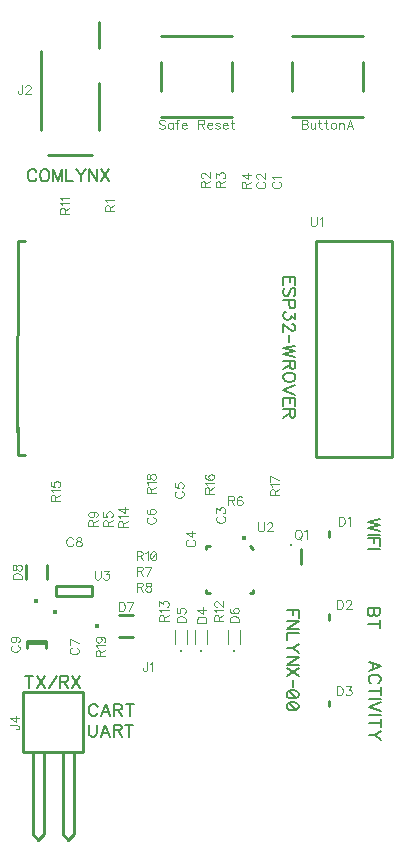
<source format=gbr>
G04 DipTrace 3.3.1.3*
G04 TopSilk.gbr*
%MOMM*%
G04 #@! TF.FileFunction,Legend,Top*
G04 #@! TF.Part,Single*
%ADD10C,0.25*%
%ADD15C,0.2*%
%ADD17C,0.1*%
%ADD23O,0.40037X0.39994*%
%ADD25O,0.39994X0.40037*%
%ADD38C,0.31757*%
%ADD48O,0.39013X0.41029*%
%ADD52O,0.39118X0.39103*%
%ADD121C,0.11765*%
%ADD122C,0.15686*%
%FSLAX35Y35*%
G04*
G71*
G90*
G75*
G01*
G04 TopSilk*
%LPD*%
X1174644Y1982811D2*
D10*
X1334484D1*
X1174644Y2001731D2*
X1334484D1*
X1174644D2*
Y1941891D1*
X1334484Y2001731D2*
Y1941891D1*
X3735534Y2880574D2*
Y2930554D1*
X3735784Y2175574D2*
Y2225554D1*
X3735534Y1445324D2*
Y1495304D1*
X2600024Y1971019D2*
D17*
Y2091011D1*
X2700024Y1971019D2*
Y2091011D1*
D15*
X2650024Y1911022D3*
X2425397Y1971019D2*
D17*
Y2091011D1*
X2525397Y1971019D2*
Y2091011D1*
D15*
X2475397Y1911022D3*
X2877017Y1971019D2*
D17*
Y2091011D1*
X2977017Y1971019D2*
Y2091011D1*
D15*
X2927017Y1911022D3*
X1953709Y2217679D2*
D10*
X2073679D1*
X1953709Y2037689D2*
X2073679D1*
D23*
X1768709Y2127684D3*
X1164576Y2525206D2*
D10*
Y2645176D1*
X1344566Y2525206D2*
Y2645176D1*
D25*
X1254571Y2340206D3*
X1724335Y6114128D2*
D10*
X1354351D1*
X1784401Y6324188D2*
Y6724193D1*
X1294379Y6324188D2*
Y6994193D1*
X1784401Y7244213D2*
Y7024163D1*
X1143435Y1572061D2*
X1651374D1*
Y1064067D1*
X1143435D1*
Y1572061D1*
X1222766Y1064067D2*
Y365622D1*
X1317995Y1064067D2*
Y365622D1*
X1222766D2*
X1270458Y314961D1*
X1317995Y365622D2*
X1270458Y314961D1*
X1476813Y1064067D2*
Y365622D1*
X1572042Y1064067D2*
Y365622D1*
X1476813D2*
X1524505Y314961D1*
X1572042Y365622D2*
X1524505Y314961D1*
X3491941Y2776198D2*
Y2649184D1*
D38*
X3412741Y2814015D3*
X2307239Y6898601D2*
D10*
Y6660502D1*
X2910483Y6898601D2*
Y6660502D1*
X2307239Y7120863D2*
X2910483D1*
X2307239Y6438239D2*
X2910483D1*
X3418489Y6898601D2*
Y6660502D1*
X4021733Y6898601D2*
Y6660502D1*
X3418489Y7120863D2*
X4021733D1*
X3418489Y6438239D2*
X4021733D1*
X4268619Y5384854D2*
X3617745D1*
Y3559334D1*
X4268619D1*
Y5384854D1*
X1158075D2*
X1094575D1*
X1093622Y3765587D1*
X1094575Y3575096D2*
X1158075D1*
X1094575D2*
Y3813258D1*
X3061695Y2804596D2*
X3091687Y2774647D1*
X2691694Y2804596D2*
Y2774647D1*
Y2804596D2*
X2721687D1*
X2691694Y2404445D2*
X2721687D1*
X2691694D2*
Y2434498D1*
X3091687Y2404445D2*
X3061695D1*
X3091687D2*
Y2434498D1*
D48*
X3016194Y2874084D3*
D52*
X1408456Y2244206D3*
X1421823Y2381532D2*
D10*
X1721817D1*
X1421823Y2461519D2*
X1721817D1*
Y2381532D2*
Y2461519D1*
X1421823Y2381532D2*
Y2461519D1*
X3266566Y5889341D2*
D121*
X3259322Y5885719D1*
X3251994Y5878391D1*
X3248372Y5871147D1*
Y5856575D1*
X3251994Y5849247D1*
X3259322Y5842003D1*
X3266566Y5838297D1*
X3277516Y5834675D1*
X3295794D1*
X3306660Y5838297D1*
X3313988Y5842003D1*
X3321232Y5849247D1*
X3324938Y5856575D1*
Y5871147D1*
X3321232Y5878390D1*
X3313988Y5885718D1*
X3306660Y5889340D1*
X3263028Y5912870D2*
X3259322Y5920198D1*
X3248456Y5931148D1*
X3324938D1*
X3134119Y5886108D2*
X3126876Y5882486D1*
X3119547Y5875158D1*
X3115926Y5867914D1*
X3115925Y5853342D1*
X3119547Y5846014D1*
X3126875Y5838770D1*
X3134119Y5835064D1*
X3145069Y5831442D1*
X3163347D1*
X3174213Y5835064D1*
X3181541Y5838770D1*
X3188785Y5846014D1*
X3192491Y5853342D1*
Y5867914D1*
X3188785Y5875158D1*
X3181541Y5882486D1*
X3174213Y5886108D1*
X3134204Y5913343D2*
X3130582D1*
X3123254Y5916965D1*
X3119632Y5920587D1*
X3116010Y5927915D1*
Y5942487D1*
X3119632Y5949731D1*
X3123254Y5953353D1*
X3130582Y5957059D1*
X3137826D1*
X3145154Y5953353D1*
X3156019Y5946109D1*
X3192491Y5909637D1*
Y5960681D1*
X2794043Y3056448D2*
X2786799Y3052826D1*
X2779471Y3045498D1*
X2775849Y3038254D1*
Y3023682D1*
X2779471Y3016354D1*
X2786799Y3009110D1*
X2794043Y3005404D1*
X2804993Y3001782D1*
X2823271D1*
X2834136Y3005404D1*
X2841465Y3009110D1*
X2848709Y3016354D1*
X2852415Y3023682D1*
Y3038254D1*
X2848709Y3045498D1*
X2841465Y3052826D1*
X2834137Y3056448D1*
X2775933Y3087305D2*
Y3127315D1*
X2805077Y3105499D1*
Y3116449D1*
X2808699Y3123693D1*
X2812321Y3127315D1*
X2823271Y3131021D1*
X2830515D1*
X2841465Y3127315D1*
X2848793Y3120071D1*
X2852415Y3109121D1*
Y3098171D1*
X2848793Y3087305D1*
X2845087Y3083683D1*
X2837843Y3079977D1*
X2538799Y2854447D2*
X2531556Y2850825D1*
X2524227Y2843497D1*
X2520606Y2836253D1*
X2520605Y2821681D1*
X2524227Y2814353D1*
X2531555Y2807109D1*
X2538799Y2803403D1*
X2549749Y2799781D1*
X2568027D1*
X2578893Y2803403D1*
X2586221Y2807109D1*
X2593465Y2814353D1*
X2597171Y2821681D1*
Y2836253D1*
X2593465Y2843497D1*
X2586221Y2850825D1*
X2578893Y2854447D1*
X2597171Y2914448D2*
X2520690D1*
X2571649Y2877976D1*
Y2932642D1*
X2443546Y3269008D2*
X2436302Y3265386D1*
X2428974Y3258058D1*
X2425352Y3250814D1*
Y3236242D1*
X2428974Y3228914D1*
X2436302Y3221670D1*
X2443546Y3217964D1*
X2454496Y3214342D1*
X2472774D1*
X2483640Y3217964D1*
X2490968Y3221670D1*
X2498212Y3228914D1*
X2501918Y3236242D1*
Y3250814D1*
X2498212Y3258058D1*
X2490968Y3265386D1*
X2483640Y3269008D1*
X2425436Y3336253D2*
Y3299865D1*
X2458202Y3296243D1*
X2454580Y3299865D1*
X2450874Y3310815D1*
Y3321681D1*
X2454580Y3332631D1*
X2461824Y3339959D1*
X2472774Y3343581D1*
X2480018D1*
X2490968Y3339959D1*
X2498296Y3332631D1*
X2501918Y3321681D1*
Y3310815D1*
X2498296Y3299865D1*
X2494590Y3296243D1*
X2487346Y3292537D1*
X2205423Y3048611D2*
X2198179Y3044989D1*
X2190851Y3037661D1*
X2187229Y3030417D1*
Y3015845D1*
X2190851Y3008517D1*
X2198179Y3001273D1*
X2205423Y2997567D1*
X2216373Y2993945D1*
X2234651D1*
X2245516Y2997567D1*
X2252845Y3001273D1*
X2260089Y3008517D1*
X2263795Y3015845D1*
Y3030417D1*
X2260089Y3037661D1*
X2252845Y3044989D1*
X2245517Y3048611D1*
X2198179Y3115856D2*
X2190935Y3112234D1*
X2187313Y3101284D1*
Y3094040D1*
X2190935Y3083090D1*
X2201885Y3075762D1*
X2220079Y3072140D1*
X2238273D1*
X2252845Y3075762D1*
X2260173Y3083090D1*
X2263795Y3094040D1*
Y3097662D1*
X2260173Y3108528D1*
X2252845Y3115856D1*
X2241895Y3119478D1*
X2238273D1*
X2227323Y3115856D1*
X2220079Y3108528D1*
X2216457Y3097662D1*
Y3094040D1*
X2220079Y3083090D1*
X2227323Y3075762D1*
X2238273Y3072140D1*
X1554796Y1941608D2*
X1547552Y1937986D1*
X1540224Y1930658D1*
X1536602Y1923414D1*
Y1908842D1*
X1540224Y1901514D1*
X1547552Y1894270D1*
X1554796Y1890564D1*
X1565746Y1886942D1*
X1584024D1*
X1594890Y1890564D1*
X1602218Y1894270D1*
X1609462Y1901514D1*
X1613168Y1908842D1*
Y1923414D1*
X1609462Y1930658D1*
X1602218Y1937986D1*
X1594890Y1941608D1*
X1613168Y1979709D2*
X1536686Y2016181D1*
Y1965137D1*
X1563656Y2859336D2*
X1560034Y2866580D1*
X1552706Y2873908D1*
X1545462Y2877530D1*
X1530890D1*
X1523562Y2873908D1*
X1516318Y2866580D1*
X1512612Y2859336D1*
X1508990Y2848386D1*
Y2830108D1*
X1512612Y2819242D1*
X1516318Y2811914D1*
X1523562Y2804670D1*
X1530890Y2800964D1*
X1545462D1*
X1552706Y2804670D1*
X1560034Y2811914D1*
X1563656Y2819242D1*
X1605379Y2877446D2*
X1594513Y2873824D1*
X1590807Y2866580D1*
Y2859252D1*
X1594513Y2852008D1*
X1601757Y2848302D1*
X1616329Y2844680D1*
X1627279Y2841058D1*
X1634523Y2833730D1*
X1638145Y2826486D1*
Y2815536D1*
X1634523Y2808292D1*
X1630901Y2804586D1*
X1619951Y2800964D1*
X1605379D1*
X1594513Y2804586D1*
X1590807Y2808292D1*
X1587185Y2815536D1*
Y2826486D1*
X1590807Y2833730D1*
X1598135Y2841058D1*
X1609001Y2844680D1*
X1623573Y2848302D1*
X1630901Y2852008D1*
X1634523Y2859252D1*
Y2866580D1*
X1630901Y2873824D1*
X1619951Y2877446D1*
X1605379D1*
X1055289Y1963669D2*
X1048046Y1960047D1*
X1040717Y1952719D1*
X1037096Y1945475D1*
X1037095Y1930903D1*
X1040717Y1923575D1*
X1048045Y1916331D1*
X1055289Y1912625D1*
X1066239Y1909003D1*
X1084517D1*
X1095383Y1912625D1*
X1102711Y1916331D1*
X1109955Y1923575D1*
X1113661Y1930903D1*
Y1945475D1*
X1109955Y1952718D1*
X1102711Y1960047D1*
X1095383Y1963669D1*
X1062618Y2034620D2*
X1073567Y2030914D1*
X1080896Y2023670D1*
X1084517Y2012720D1*
Y2009098D1*
X1080896Y1998148D1*
X1073568Y1990904D1*
X1062618Y1987198D1*
X1058996D1*
X1048046Y1990904D1*
X1040802Y1998148D1*
X1037180Y2009098D1*
Y2012720D1*
X1040802Y2023670D1*
X1048046Y2030914D1*
X1062618Y2034620D1*
X1080896D1*
X1099089Y2030914D1*
X1110039Y2023670D1*
X1113661Y2012720D1*
Y2005476D1*
X1110039Y1994526D1*
X1102711Y1990904D1*
X3814062Y3052156D2*
Y2975591D1*
X3839584D1*
X3850534Y2979297D1*
X3857862Y2986541D1*
X3861484Y2993869D1*
X3865106Y3004735D1*
Y3023013D1*
X3861484Y3033963D1*
X3857862Y3041206D1*
X3850534Y3048535D1*
X3839584Y3052156D1*
X3814062D1*
X3888635Y3037500D2*
X3895963Y3041206D1*
X3906913Y3052072D1*
Y2975591D1*
X3797929Y2347156D2*
Y2270591D1*
X3823451D1*
X3834401Y2274297D1*
X3841729Y2281541D1*
X3845351Y2288869D1*
X3848973Y2299735D1*
Y2318013D1*
X3845351Y2328963D1*
X3841729Y2336206D1*
X3834401Y2343535D1*
X3823451Y2347156D1*
X3797929D1*
X3876208Y2328878D2*
Y2332500D1*
X3879830Y2339828D1*
X3883452Y2343450D1*
X3890780Y2347072D1*
X3905352D1*
X3912596Y2343450D1*
X3916218Y2339828D1*
X3919924Y2332500D1*
Y2325256D1*
X3916218Y2317928D1*
X3908974Y2307063D1*
X3872502Y2270591D1*
X3923546D1*
X3797679Y1616906D2*
Y1540341D1*
X3823201D1*
X3834151Y1544047D1*
X3841479Y1551291D1*
X3845101Y1558619D1*
X3848723Y1569485D1*
Y1587763D1*
X3845101Y1598713D1*
X3841479Y1605956D1*
X3834151Y1613285D1*
X3823201Y1616906D1*
X3797679D1*
X3879580Y1616822D2*
X3919590D1*
X3897774Y1587678D1*
X3908724D1*
X3915968Y1584056D1*
X3919590Y1580435D1*
X3923296Y1569485D1*
Y1562241D1*
X3919590Y1551291D1*
X3912346Y1543963D1*
X3901396Y1540341D1*
X3890446D1*
X3879580Y1543963D1*
X3875958Y1547669D1*
X3872252Y1554913D1*
X2615432Y2155275D2*
X2691998D1*
Y2180797D1*
X2688292Y2191747D1*
X2681048Y2199075D1*
X2673720Y2202697D1*
X2662854Y2206319D1*
X2644576D1*
X2633626Y2202697D1*
X2626382Y2199075D1*
X2619054Y2191747D1*
X2615432Y2180797D1*
Y2155275D1*
X2691998Y2266320D2*
X2615516D1*
X2666476Y2229848D1*
Y2284514D1*
X2440805Y2157090D2*
X2517371D1*
Y2182611D1*
X2513665Y2193561D1*
X2506421Y2200889D1*
X2499093Y2204511D1*
X2488228Y2208133D1*
X2469949D1*
X2458999Y2204511D1*
X2451756Y2200890D1*
X2444427Y2193561D1*
X2440806Y2182612D1*
X2440805Y2157090D1*
X2440890Y2275378D2*
Y2238991D1*
X2473656Y2235369D1*
X2470034Y2238991D1*
X2466328Y2249941D1*
Y2260806D1*
X2470034Y2271756D1*
X2477277Y2279085D1*
X2488227Y2282706D1*
X2495471D1*
X2506421Y2279084D1*
X2513749Y2271756D1*
X2517371Y2260806D1*
Y2249941D1*
X2513749Y2238991D1*
X2510043Y2235369D1*
X2502799Y2231663D1*
X2892425Y2158939D2*
X2968991D1*
Y2184461D1*
X2965285Y2195411D1*
X2958041Y2202739D1*
X2950713Y2206361D1*
X2939848Y2209983D1*
X2921569D1*
X2910619Y2206361D1*
X2903376Y2202739D1*
X2896047Y2195411D1*
X2892426Y2184461D1*
X2892425Y2158939D1*
X2903376Y2277228D2*
X2896132Y2273606D1*
X2892510Y2262656D1*
Y2255412D1*
X2896132Y2244462D1*
X2907082Y2237134D1*
X2925276Y2233512D1*
X2943469D1*
X2958041Y2237134D1*
X2965369Y2244462D1*
X2968991Y2255412D1*
Y2259034D1*
X2965369Y2269900D1*
X2958041Y2277228D1*
X2947091Y2280850D1*
X2943469D1*
X2932519Y2277228D1*
X2925276Y2269900D1*
X2921654Y2259034D1*
Y2255412D1*
X2925276Y2244462D1*
X2932519Y2237134D1*
X2943469Y2233512D1*
X1950132Y2329271D2*
Y2252706D1*
X1975654D1*
X1986604Y2256412D1*
X1993932Y2263656D1*
X1997554Y2270984D1*
X2001176Y2281850D1*
Y2300128D1*
X1997554Y2311078D1*
X1993932Y2318321D1*
X1986604Y2325650D1*
X1975654Y2329271D1*
X1950132D1*
X2039277Y2252706D2*
X2075749Y2329187D1*
X2024705D1*
X1052984Y2521672D2*
X1129550D1*
Y2547193D1*
X1125844Y2558143D1*
X1118600Y2565472D1*
X1111272Y2569093D1*
X1100406Y2572715D1*
X1082128D1*
X1071178Y2569094D1*
X1063934Y2565472D1*
X1056606Y2558144D1*
X1052984Y2547194D1*
Y2521672D1*
X1053068Y2614439D2*
X1056690Y2603573D1*
X1063934Y2599867D1*
X1071262D1*
X1078506Y2603573D1*
X1082212Y2610817D1*
X1085834Y2625389D1*
X1089456Y2636339D1*
X1096784Y2643582D1*
X1104028Y2647204D1*
X1114978D1*
X1122222Y2643582D1*
X1125928Y2639960D1*
X1129550Y2629010D1*
Y2614439D1*
X1125928Y2603573D1*
X1122222Y2599867D1*
X1114978Y2596245D1*
X1104028D1*
X1096784Y2599867D1*
X1089456Y2607195D1*
X1085834Y2618061D1*
X1082212Y2632632D1*
X1078506Y2639961D1*
X1071262Y2643582D1*
X1063934D1*
X1056690Y2639961D1*
X1053068Y2629011D1*
Y2614439D1*
X2192553Y1819534D2*
Y1761246D1*
X2188931Y1750296D1*
X2185225Y1746674D1*
X2177981Y1742968D1*
X2170653D1*
X2163409Y1746674D1*
X2159787Y1750296D1*
X2156081Y1761246D1*
Y1768490D1*
X2216082Y1804878D2*
X2223410Y1808584D1*
X2234360Y1819450D1*
Y1742968D1*
X1134310Y6706153D2*
Y6647865D1*
X1130688Y6636915D1*
X1126982Y6633294D1*
X1119738Y6629587D1*
X1112410D1*
X1105166Y6633294D1*
X1101544Y6636915D1*
X1097838Y6647865D1*
Y6655109D1*
X1161546Y6687875D2*
Y6691497D1*
X1165168Y6698825D1*
X1168789Y6702447D1*
X1176118Y6706069D1*
X1190689D1*
X1197933Y6702447D1*
X1201555Y6698825D1*
X1205261Y6691497D1*
Y6684253D1*
X1201555Y6676925D1*
X1194311Y6666059D1*
X1157839Y6629587D1*
X1208883D1*
X1033476Y1287773D2*
X1091763D1*
X1102713Y1284151D1*
X1106335Y1280445D1*
X1110041Y1273201D1*
Y1265873D1*
X1106335Y1258629D1*
X1102713Y1255007D1*
X1091763Y1251301D1*
X1084519D1*
X1110041Y1347774D2*
X1033560D1*
X1084519Y1311302D1*
Y1365968D1*
X3463751Y2941486D2*
X3456507Y2937948D1*
X3449179Y2930620D1*
X3445557Y2923292D1*
X3441851Y2912342D1*
Y2894148D1*
X3445557Y2883198D1*
X3449179Y2875954D1*
X3456507Y2868626D1*
X3463751Y2865004D1*
X3478323D1*
X3485651Y2868626D1*
X3492895Y2875954D1*
X3496517Y2883198D1*
X3500223Y2894148D1*
Y2912342D1*
X3496517Y2923292D1*
X3492895Y2930620D1*
X3485651Y2937948D1*
X3478323Y2941486D1*
X3463751D1*
X3474701Y2879576D2*
X3496517Y2857676D1*
X3523752Y2926829D2*
X3531080Y2930536D1*
X3542030Y2941401D1*
Y2864920D1*
X1874721Y5638762D2*
Y5671528D1*
X1871015Y5682478D1*
X1867393Y5686184D1*
X1860149Y5689806D1*
X1852821D1*
X1845577Y5686184D1*
X1841871Y5682478D1*
X1838249Y5671528D1*
Y5638762D1*
X1914815D1*
X1874721Y5664284D2*
X1914815Y5689806D1*
X1852905Y5713336D2*
X1849199Y5720664D1*
X1838333Y5731614D1*
X1914815D1*
X2684321Y5841630D2*
Y5874395D1*
X2680615Y5885345D1*
X2676993Y5889051D1*
X2669749Y5892673D1*
X2662421D1*
X2655177Y5889051D1*
X2651471Y5885345D1*
X2647849Y5874395D1*
Y5841630D1*
X2724415D1*
X2684321Y5867151D2*
X2724415Y5892673D1*
X2666127Y5919909D2*
X2662505D1*
X2655177Y5923531D1*
X2651555Y5927153D1*
X2647933Y5934481D1*
Y5949053D1*
X2651555Y5956297D1*
X2655177Y5959918D1*
X2662505Y5963625D1*
X2669749D1*
X2677077Y5959918D1*
X2687943Y5952675D1*
X2724415Y5916203D1*
Y5967246D1*
X2811321Y5841630D2*
Y5874395D1*
X2807615Y5885345D1*
X2803993Y5889051D1*
X2796749Y5892673D1*
X2789421D1*
X2782177Y5889051D1*
X2778471Y5885345D1*
X2774849Y5874395D1*
Y5841630D1*
X2851415D1*
X2811321Y5867151D2*
X2851415Y5892673D1*
X2774933Y5923531D2*
Y5963540D1*
X2804077Y5941725D1*
Y5952675D1*
X2807699Y5959918D1*
X2811321Y5963540D1*
X2822271Y5967246D1*
X2829515D1*
X2840465Y5963540D1*
X2847793Y5956296D1*
X2851415Y5945346D1*
Y5934396D1*
X2847793Y5923531D1*
X2844087Y5919909D1*
X2836843Y5916203D1*
X3028124Y5836962D2*
Y5869728D1*
X3024418Y5880678D1*
X3020796Y5884384D1*
X3013552Y5888006D1*
X3006224D1*
X2998980Y5884384D1*
X2995274Y5880678D1*
X2991652Y5869728D1*
Y5836962D1*
X3068218D1*
X3028124Y5862484D2*
X3068218Y5888006D1*
Y5948007D2*
X2991736D1*
X3042696Y5911535D1*
Y5966201D1*
X1858824Y2971256D2*
Y3004022D1*
X1855118Y3014972D1*
X1851496Y3018678D1*
X1844252Y3022300D1*
X1836924D1*
X1829680Y3018678D1*
X1825974Y3014972D1*
X1822352Y3004022D1*
Y2971256D1*
X1898918D1*
X1858824Y2996778D2*
X1898918Y3022300D1*
X1822436Y3089545D2*
Y3053157D1*
X1855202Y3049535D1*
X1851580Y3053157D1*
X1847874Y3064107D1*
Y3074973D1*
X1851580Y3085923D1*
X1858824Y3093251D1*
X1869774Y3096873D1*
X1877018D1*
X1887968Y3093251D1*
X1895296Y3085923D1*
X1898918Y3074973D1*
Y3064107D1*
X1895296Y3053157D1*
X1891590Y3049535D1*
X1884346Y3045829D1*
X2877862Y3190308D2*
X2910628D1*
X2921578Y3194014D1*
X2925284Y3197636D1*
X2928906Y3204880D1*
Y3212208D1*
X2925284Y3219452D1*
X2921578Y3223158D1*
X2910628Y3226780D1*
X2877862D1*
Y3150214D1*
X2903384Y3190308D2*
X2928906Y3150214D1*
X2996151Y3215830D2*
X2992529Y3223074D1*
X2981579Y3226696D1*
X2974335D1*
X2963385Y3223074D1*
X2956057Y3212124D1*
X2952435Y3193930D1*
Y3175736D1*
X2956057Y3161164D1*
X2963385Y3153836D1*
X2974335Y3150214D1*
X2977957D1*
X2988823Y3153836D1*
X2996151Y3161164D1*
X2999773Y3172114D1*
Y3175736D1*
X2996151Y3186686D1*
X2988823Y3193930D1*
X2977957Y3197552D1*
X2974335D1*
X2963385Y3193930D1*
X2956057Y3186686D1*
X2952435Y3175736D1*
X2103196Y2593271D2*
X2135961D1*
X2146911Y2596977D1*
X2150617Y2600599D1*
X2154239Y2607843D1*
Y2615171D1*
X2150617Y2622415D1*
X2146911Y2626121D1*
X2135961Y2629743D1*
X2103196D1*
Y2553177D1*
X2128717Y2593271D2*
X2154239Y2553177D1*
X2192341D2*
X2228813Y2629659D1*
X2177769D1*
X2103238Y2457845D2*
X2136003D1*
X2146953Y2461551D1*
X2150660Y2465173D1*
X2154281Y2472416D1*
Y2479745D1*
X2150660Y2486988D1*
X2146953Y2490695D1*
X2136003Y2494316D1*
X2103238D1*
Y2417751D1*
X2128760Y2457845D2*
X2154281Y2417751D1*
X2196005Y2494232D2*
X2185139Y2490610D1*
X2181433Y2483366D1*
Y2476038D1*
X2185139Y2468795D1*
X2192383Y2465088D1*
X2206955Y2461466D1*
X2217905Y2457845D1*
X2225149Y2450516D1*
X2228771Y2443273D1*
Y2432323D1*
X2225149Y2425079D1*
X2221527Y2421373D1*
X2210577Y2417751D1*
X2196005D1*
X2185139Y2421373D1*
X2181433Y2425079D1*
X2177811Y2432323D1*
Y2443273D1*
X2181433Y2450516D1*
X2188761Y2457845D1*
X2199627Y2461466D1*
X2214199Y2465088D1*
X2221527Y2468795D1*
X2225149Y2476038D1*
Y2483366D1*
X2221527Y2490610D1*
X2210577Y2494232D1*
X2196005D1*
X1731817Y2973067D2*
Y3005833D1*
X1728111Y3016783D1*
X1724489Y3020489D1*
X1717246Y3024111D1*
X1709917D1*
X1702674Y3020489D1*
X1698967Y3016783D1*
X1695346Y3005833D1*
X1695345Y2973067D1*
X1771911D1*
X1731817Y2998589D2*
X1771911Y3024111D1*
X1720868Y3095062D2*
X1731817Y3091356D1*
X1739146Y3084112D1*
X1742767Y3073162D1*
X1742768Y3069540D1*
X1739146Y3058590D1*
X1731818Y3051346D1*
X1720868Y3047640D1*
X1717246D1*
X1706296Y3051347D1*
X1699052Y3058590D1*
X1695430Y3069540D1*
Y3073162D1*
X1699052Y3084112D1*
X1706296Y3091356D1*
X1720868Y3095062D1*
X1739146D1*
X1757339Y3091356D1*
X1768289Y3084112D1*
X1771911Y3073162D1*
Y3065918D1*
X1768289Y3054968D1*
X1760961Y3051346D1*
X2102762Y2722135D2*
X2135528D1*
X2146478Y2725841D1*
X2150184Y2729463D1*
X2153806Y2736706D1*
Y2744035D1*
X2150184Y2751278D1*
X2146478Y2754985D1*
X2135528Y2758606D1*
X2102762D1*
Y2682041D1*
X2128284Y2722135D2*
X2153806Y2682041D1*
X2177335Y2743950D2*
X2184663Y2747656D1*
X2195613Y2758522D1*
Y2682041D1*
X2241043Y2758522D2*
X2230093Y2754900D1*
X2222764Y2743950D1*
X2219143Y2725756D1*
Y2714806D1*
X2222764Y2696613D1*
X2230093Y2685663D1*
X2241043Y2682041D1*
X2248286D1*
X2259236Y2685663D1*
X2266480Y2696613D1*
X2270186Y2714806D1*
Y2725756D1*
X2266480Y2743950D1*
X2259236Y2754900D1*
X2248286Y2758522D1*
X2241043D1*
X2266480Y2743950D2*
X2222764Y2696613D1*
X1493721Y5617859D2*
Y5650624D1*
X1490015Y5661574D1*
X1486393Y5665281D1*
X1479149Y5668902D1*
X1471821Y5668903D1*
X1464577Y5665281D1*
X1460871Y5661574D1*
X1457249Y5650624D1*
Y5617859D1*
X1533815D1*
X1493721Y5643381D2*
X1533815Y5668902D1*
X1471905Y5692432D2*
X1468199Y5699760D1*
X1457333Y5710710D1*
X1533815D1*
X1471905Y5734239D2*
X1468199Y5741567D1*
X1457333Y5752517D1*
X1533815D1*
X2797604Y2170689D2*
Y2203455D1*
X2793898Y2214405D1*
X2790276Y2218111D1*
X2783032Y2221733D1*
X2775704D1*
X2768460Y2218111D1*
X2764754Y2214405D1*
X2761132Y2203455D1*
Y2170689D1*
X2837698D1*
X2797604Y2196211D2*
X2837698Y2221733D1*
X2775788Y2245262D2*
X2772082Y2252590D1*
X2761216Y2263540D1*
X2837698D1*
X2779410Y2290776D2*
X2775788D1*
X2768460Y2294398D1*
X2764838Y2298020D1*
X2761216Y2305348D1*
Y2319920D1*
X2764838Y2327164D1*
X2768460Y2330785D1*
X2775788Y2334492D1*
X2783032D1*
X2790360Y2330785D1*
X2801226Y2323542D1*
X2837698Y2287070D1*
Y2338113D1*
X2332947Y2170469D2*
Y2203235D1*
X2329241Y2214185D1*
X2325619Y2217891D1*
X2318376Y2221513D1*
X2311047D1*
X2303804Y2217891D1*
X2300097Y2214185D1*
X2296476Y2203235D1*
X2296475Y2170469D1*
X2373041D1*
X2332947Y2195991D2*
X2373041Y2221513D1*
X2311132Y2245042D2*
X2307426Y2252370D1*
X2296560Y2263320D1*
X2373041D1*
X2296560Y2294178D2*
Y2334187D1*
X2325704Y2312372D1*
Y2323322D1*
X2329326Y2330565D1*
X2332947Y2334187D1*
X2343897Y2337893D1*
X2351141D1*
X2362091Y2334187D1*
X2369419Y2326943D1*
X2373041Y2315993D1*
Y2305043D1*
X2369419Y2294178D1*
X2365713Y2290556D1*
X2358469Y2286850D1*
X1985817Y2964415D2*
Y2997181D1*
X1982111Y3008131D1*
X1978489Y3011837D1*
X1971246Y3015459D1*
X1963917D1*
X1956674Y3011837D1*
X1952967Y3008131D1*
X1949346Y2997181D1*
X1949345Y2964415D1*
X2025911D1*
X1985817Y2989937D2*
X2025911Y3015458D1*
X1964002Y3038988D2*
X1960296Y3046316D1*
X1949430Y3057266D1*
X2025911D1*
Y3117267D2*
X1949430D1*
X2000389Y3080795D1*
Y3135461D1*
X1414321Y3185476D2*
Y3218242D1*
X1410615Y3229192D1*
X1406993Y3232898D1*
X1399749Y3236520D1*
X1392421D1*
X1385177Y3232898D1*
X1381471Y3229192D1*
X1377849Y3218242D1*
Y3185476D1*
X1454415D1*
X1414321Y3210998D2*
X1454415Y3236519D1*
X1392505Y3260049D2*
X1388799Y3267377D1*
X1377933Y3278327D1*
X1454415D1*
X1377933Y3345572D2*
Y3309184D1*
X1410699Y3305563D1*
X1407077Y3309184D1*
X1403371Y3320134D1*
Y3331000D1*
X1407077Y3341950D1*
X1414321Y3349278D1*
X1425271Y3352900D1*
X1432515D1*
X1443465Y3349278D1*
X1450793Y3341950D1*
X1454415Y3331000D1*
Y3320134D1*
X1450793Y3309184D1*
X1447087Y3305562D1*
X1439843Y3301856D1*
X2718328Y3248292D2*
Y3281058D1*
X2714622Y3292008D1*
X2711000Y3295714D1*
X2703756Y3299336D1*
X2696428D1*
X2689184Y3295714D1*
X2685478Y3292008D1*
X2681856Y3281058D1*
Y3248292D1*
X2758422D1*
X2718328Y3273814D2*
X2758422Y3299336D1*
X2696512Y3322865D2*
X2692806Y3330193D1*
X2681940Y3341143D1*
X2758422D1*
X2692806Y3408389D2*
X2685562Y3404767D1*
X2681940Y3393817D1*
Y3386573D1*
X2685562Y3375623D1*
X2696512Y3368295D1*
X2714706Y3364673D1*
X2732900D1*
X2747472Y3368295D1*
X2754800Y3375623D1*
X2758422Y3386573D1*
Y3390195D1*
X2754800Y3401060D1*
X2747472Y3408388D1*
X2736522Y3412010D1*
X2732900D1*
X2721950Y3408388D1*
X2714706Y3401060D1*
X2711084Y3390195D1*
Y3386573D1*
X2714706Y3375623D1*
X2721950Y3368295D1*
X2732900Y3364673D1*
X3271694Y3233103D2*
Y3265868D1*
X3267988Y3276818D1*
X3264366Y3280524D1*
X3257122Y3284146D1*
X3249794D1*
X3242550Y3280524D1*
X3238844Y3276818D1*
X3235222Y3265868D1*
Y3233103D1*
X3311788D1*
X3271694Y3258624D2*
X3311788Y3284146D1*
X3249878Y3307676D2*
X3246172Y3315004D1*
X3235306Y3325954D1*
X3311788D1*
Y3364055D2*
X3235306Y3400527D1*
Y3349483D1*
X2223947Y3249018D2*
Y3281784D1*
X2220241Y3292734D1*
X2216619Y3296440D1*
X2209376Y3300062D1*
X2202047D1*
X2194804Y3296440D1*
X2191097Y3292734D1*
X2187476Y3281784D1*
X2187475Y3249018D1*
X2264041D1*
X2223947Y3274540D2*
X2264041Y3300062D1*
X2202132Y3323591D2*
X2198426Y3330919D1*
X2187560Y3341869D1*
X2264041D1*
X2187560Y3383592D2*
X2191182Y3372727D1*
X2198426Y3369020D1*
X2205754D1*
X2212998Y3372727D1*
X2216704Y3379970D1*
X2220326Y3394542D1*
X2223947Y3405492D1*
X2231276Y3412736D1*
X2238519Y3416358D1*
X2249469D1*
X2256713Y3412736D1*
X2260419Y3409114D1*
X2264041Y3398164D1*
Y3383592D1*
X2260419Y3372726D1*
X2256713Y3369020D1*
X2249469Y3365398D1*
X2238519D1*
X2231276Y3369020D1*
X2223947Y3376348D1*
X2220326Y3387214D1*
X2216704Y3401786D1*
X2212997Y3409114D1*
X2205754Y3412736D1*
X2198426D1*
X2191182Y3409114D1*
X2187560Y3398164D1*
Y3383592D1*
X1795321Y1869663D2*
Y1902429D1*
X1791615Y1913379D1*
X1787993Y1917085D1*
X1780749Y1920707D1*
X1773421D1*
X1766177Y1917085D1*
X1762471Y1913379D1*
X1758849Y1902429D1*
Y1869663D1*
X1835415D1*
X1795321Y1895185D2*
X1835415Y1920707D1*
X1773505Y1944237D2*
X1769799Y1951565D1*
X1758933Y1962515D1*
X1835415D1*
X1784371Y2033466D2*
X1795321Y2029760D1*
X1802649Y2022516D1*
X1806271Y2011566D1*
Y2007944D1*
X1802649Y1996994D1*
X1795321Y1989750D1*
X1784371Y1986044D1*
X1780749D1*
X1769799Y1989750D1*
X1762555Y1996994D1*
X1758933Y2007944D1*
Y2011566D1*
X1762555Y2022516D1*
X1769799Y2029760D1*
X1784371Y2033466D1*
X1802649D1*
X1820843Y2029760D1*
X1831793Y2022516D1*
X1835415Y2011566D1*
Y2004322D1*
X1831793Y1993372D1*
X1824465Y1989750D1*
X2341087Y6401444D2*
X2333843Y6408773D1*
X2322893Y6412394D1*
X2308321D1*
X2297371Y6408773D1*
X2290043Y6401444D1*
Y6394201D1*
X2293749Y6386873D1*
X2297371Y6383251D1*
X2304615Y6379629D1*
X2326515Y6372301D1*
X2333843Y6368679D1*
X2337465Y6364973D1*
X2341087Y6357729D1*
Y6346779D1*
X2333843Y6339535D1*
X2322893Y6335829D1*
X2308321D1*
X2297371Y6339535D1*
X2290043Y6346779D1*
X2408332Y6386873D2*
Y6335829D1*
Y6375923D2*
X2401088Y6383251D1*
X2393760Y6386873D1*
X2382894D1*
X2375566Y6383251D1*
X2368322Y6375923D1*
X2364616Y6364973D1*
Y6357729D1*
X2368322Y6346779D1*
X2375566Y6339535D1*
X2382894Y6335829D1*
X2393760D1*
X2401088Y6339535D1*
X2408332Y6346779D1*
X2461005Y6412394D2*
X2453761D1*
X2446433Y6408773D1*
X2442811Y6397823D1*
Y6335829D1*
X2431861Y6386873D2*
X2457383D1*
X2484535Y6364973D2*
X2528250D1*
Y6372301D1*
X2524629Y6379629D1*
X2521007Y6383251D1*
X2513679Y6386873D1*
X2502729D1*
X2495485Y6383251D1*
X2488157Y6375923D1*
X2484535Y6364973D1*
Y6357729D1*
X2488157Y6346779D1*
X2495485Y6339535D1*
X2502729Y6335829D1*
X2513679D1*
X2521007Y6339535D1*
X2528250Y6346779D1*
X2625848Y6375923D2*
X2658614D1*
X2669564Y6379629D1*
X2673270Y6383251D1*
X2676892Y6390494D1*
Y6397823D1*
X2673270Y6405066D1*
X2669564Y6408773D1*
X2658614Y6412394D1*
X2625848D1*
Y6335829D1*
X2651370Y6375923D2*
X2676892Y6335829D1*
X2700421Y6364973D2*
X2744137D1*
Y6372301D1*
X2740515Y6379629D1*
X2736893Y6383251D1*
X2729565Y6386873D1*
X2718615D1*
X2711371Y6383251D1*
X2704043Y6375923D1*
X2700421Y6364973D1*
Y6357729D1*
X2704043Y6346779D1*
X2711371Y6339535D1*
X2718615Y6335829D1*
X2729565D1*
X2736893Y6339535D1*
X2744137Y6346779D1*
X2807760Y6375923D2*
X2804138Y6383251D1*
X2793188Y6386873D1*
X2782238D1*
X2771288Y6383251D1*
X2767666Y6375923D1*
X2771288Y6368679D1*
X2778616Y6364973D1*
X2796810Y6361351D1*
X2804138Y6357729D1*
X2807760Y6350401D1*
Y6346779D1*
X2804138Y6339535D1*
X2793188Y6335829D1*
X2782238D1*
X2771288Y6339535D1*
X2767666Y6346779D1*
X2831289Y6364973D2*
X2875005D1*
Y6372301D1*
X2871383Y6379629D1*
X2867761Y6383251D1*
X2860433Y6386873D1*
X2849483D1*
X2842239Y6383251D1*
X2834911Y6375923D1*
X2831289Y6364973D1*
Y6357729D1*
X2834911Y6346779D1*
X2842239Y6339535D1*
X2849483Y6335829D1*
X2860433D1*
X2867761Y6339535D1*
X2875005Y6346779D1*
X2909485Y6412394D2*
Y6350401D1*
X2913107Y6339535D1*
X2920435Y6335829D1*
X2927678D1*
X2898535Y6386873D2*
X2924057D1*
X3501866Y6412394D2*
Y6335829D1*
X3534716D1*
X3545666Y6339535D1*
X3549288Y6343157D1*
X3552910Y6350401D1*
Y6361351D1*
X3549288Y6368679D1*
X3545666Y6372301D1*
X3534716Y6375923D1*
X3545666Y6379629D1*
X3549288Y6383251D1*
X3552910Y6390494D1*
Y6397823D1*
X3549288Y6405066D1*
X3545666Y6408773D1*
X3534716Y6412394D1*
X3501866D1*
Y6375923D2*
X3534716D1*
X3576439Y6386873D2*
Y6350401D1*
X3580061Y6339535D1*
X3587389Y6335829D1*
X3598339D1*
X3605583Y6339535D1*
X3616533Y6350401D1*
Y6386873D2*
Y6335829D1*
X3651012Y6412394D2*
Y6350401D1*
X3654634Y6339535D1*
X3661962Y6335829D1*
X3669206D1*
X3640062Y6386873D2*
X3665584D1*
X3703686Y6412394D2*
Y6350401D1*
X3707308Y6339535D1*
X3714636Y6335829D1*
X3721880D1*
X3692736Y6386873D2*
X3718258D1*
X3763603D2*
X3756359Y6383251D1*
X3749031Y6375923D1*
X3745409Y6364973D1*
Y6357729D1*
X3749031Y6346779D1*
X3756359Y6339535D1*
X3763603Y6335829D1*
X3774553D1*
X3781881Y6339535D1*
X3789125Y6346779D1*
X3792831Y6357729D1*
Y6364973D1*
X3789125Y6375923D1*
X3781881Y6383251D1*
X3774553Y6386873D1*
X3763603D1*
X3816360D2*
Y6335829D1*
Y6372301D2*
X3827310Y6383251D1*
X3834638Y6386873D1*
X3845504D1*
X3852832Y6383251D1*
X3856454Y6372301D1*
Y6335829D1*
X3938356D2*
X3909127Y6412394D1*
X3879984Y6335829D1*
X3890934Y6361351D2*
X3927406D1*
X3577322Y5587043D2*
Y5532377D1*
X3580944Y5521427D1*
X3588272Y5514184D1*
X3599222Y5510477D1*
X3606466D1*
X3617416Y5514184D1*
X3624744Y5521427D1*
X3628366Y5532377D1*
Y5587043D1*
X3651895Y5572387D2*
X3659223Y5576093D1*
X3670173Y5586959D1*
Y5510477D1*
X3130073Y3006191D2*
Y2951525D1*
X3133695Y2940575D1*
X3141023Y2933331D1*
X3151973Y2929625D1*
X3159217D1*
X3170167Y2933331D1*
X3177495Y2940575D1*
X3181117Y2951525D1*
Y3006191D1*
X3208352Y2987913D2*
Y2991534D1*
X3211974Y2998863D1*
X3215596Y3002484D1*
X3222924Y3006106D1*
X3237496D1*
X3244740Y3002484D1*
X3248362Y2998863D1*
X3252068Y2991534D1*
Y2984291D1*
X3248362Y2976963D1*
X3241118Y2966097D1*
X3204646Y2929625D1*
X3255690D1*
X1746549Y2596026D2*
Y2541361D1*
X1750171Y2530411D1*
X1757499Y2523167D1*
X1768449Y2519461D1*
X1775693D1*
X1786643Y2523167D1*
X1793971Y2530411D1*
X1797593Y2541361D1*
Y2596026D1*
X1828450Y2595942D2*
X1868460D1*
X1846644Y2566798D1*
X1857594D1*
X1864838Y2563176D1*
X1868460Y2559555D1*
X1872166Y2548605D1*
Y2541361D1*
X1868460Y2530411D1*
X1861216Y2523083D1*
X1850266Y2519461D1*
X1839316D1*
X1828450Y2523083D1*
X1824828Y2526789D1*
X1821122Y2534033D1*
X4160241Y3029738D2*
D122*
X4058153Y3005367D1*
X4160241Y2981108D1*
X4058153Y2956850D1*
X4160241Y2932479D1*
Y2901107D2*
X4058153D1*
X4160241Y2806505D2*
Y2869734D1*
X4058153D1*
X4111611D2*
Y2830876D1*
X4160241Y2775133D2*
X4058153D1*
X4160571Y2279968D2*
X4058483D1*
Y2236168D1*
X4063424Y2221568D1*
X4068254Y2216739D1*
X4077912Y2211909D1*
X4092512D1*
X4102283Y2216739D1*
X4107112Y2221568D1*
X4111941Y2236168D1*
X4116883Y2221568D1*
X4121712Y2216739D1*
X4131371Y2211909D1*
X4141141D1*
X4150800Y2216739D1*
X4155741Y2221568D1*
X4160571Y2236168D1*
Y2279968D1*
X4111941D2*
Y2236168D1*
X4160571Y2146508D2*
X4058483D1*
X4160571Y2180537D2*
Y2112478D1*
X4066283Y1747112D2*
X4168371Y1786083D1*
X4066283Y1824941D1*
X4100312Y1810341D2*
Y1761712D1*
X4144112Y1642852D2*
X4153771Y1647681D1*
X4163541Y1657452D1*
X4168371Y1667110D1*
Y1686539D1*
X4163541Y1696310D1*
X4153771Y1705969D1*
X4144112Y1710910D1*
X4129512Y1715739D1*
X4105141D1*
X4090654Y1710910D1*
X4080883Y1705969D1*
X4071224Y1696310D1*
X4066283Y1686540D1*
Y1667110D1*
X4071224Y1657452D1*
X4080883Y1647681D1*
X4090654Y1642852D1*
X4168371Y1577450D2*
X4066283D1*
X4168371Y1611479D2*
Y1543421D1*
Y1512048D2*
X4066283D1*
X4168371Y1480676D2*
X4066283Y1441817D1*
X4168371Y1402959D1*
Y1371586D2*
X4066283D1*
X4168371Y1306184D2*
X4066283Y1306185D1*
X4168371Y1340214D2*
Y1272155D1*
Y1240783D2*
X4119741Y1201924D1*
X4066283D1*
X4168371Y1163066D2*
X4119741Y1201924D1*
X1254492Y5969639D2*
X1249662Y5979298D1*
X1239892Y5989069D1*
X1230233Y5993898D1*
X1210804D1*
X1201033Y5989069D1*
X1191375Y5979298D1*
X1186433Y5969639D1*
X1181604Y5955039D1*
Y5930669D1*
X1186433Y5916181D1*
X1191375Y5906410D1*
X1201033Y5896752D1*
X1210804Y5891810D1*
X1230233D1*
X1239892Y5896752D1*
X1249662Y5906410D1*
X1254492Y5916181D1*
X1315064Y5993898D2*
X1305293Y5989069D1*
X1295635Y5979298D1*
X1290693Y5969639D1*
X1285864Y5955039D1*
Y5930669D1*
X1290693Y5916181D1*
X1295635Y5906410D1*
X1305293Y5896752D1*
X1315064Y5891810D1*
X1334493D1*
X1344152Y5896752D1*
X1353923Y5906410D1*
X1358752Y5916181D1*
X1363581Y5930669D1*
Y5955039D1*
X1358752Y5969639D1*
X1353923Y5979298D1*
X1344152Y5989069D1*
X1334493Y5993898D1*
X1315064D1*
X1472671Y5891810D2*
Y5993898D1*
X1433812Y5891810D1*
X1394954Y5993898D1*
Y5891810D1*
X1504043Y5993898D2*
Y5891810D1*
X1562331D1*
X1593703Y5993898D2*
X1632562Y5945269D1*
Y5891810D1*
X1671420Y5993898D2*
X1632562Y5945269D1*
X1770851Y5993898D2*
Y5891810D1*
X1702793Y5993898D1*
Y5891810D1*
X1802224Y5993898D2*
X1870282Y5891810D1*
Y5993898D2*
X1802224Y5891810D1*
X3446191Y5017281D2*
Y5080398D1*
X3344103D1*
Y5017281D1*
X3397561Y5080398D2*
Y5041539D1*
X3431591Y4917850D2*
X3441361Y4927508D1*
X3446191Y4942108D1*
Y4961538D1*
X3441361Y4976138D1*
X3431591Y4985908D1*
X3421932D1*
X3412161Y4980967D1*
X3407332Y4976138D1*
X3402503Y4966479D1*
X3392732Y4937279D1*
X3387903Y4927508D1*
X3382961Y4922679D1*
X3373303Y4917850D1*
X3358703D1*
X3349044Y4927509D1*
X3344103Y4942109D1*
Y4961538D1*
X3349044Y4976138D1*
X3358703Y4985908D1*
X3392732Y4886477D2*
Y4842677D1*
X3397561Y4828190D1*
X3402503Y4823248D1*
X3412161Y4818419D1*
X3426761D1*
X3436420Y4823248D1*
X3441361Y4828190D1*
X3446191Y4842677D1*
Y4886477D1*
X3344103Y4886478D1*
X3446078Y4777276D2*
Y4723930D1*
X3407220Y4753017D1*
Y4738417D1*
X3402391Y4728759D1*
X3397561Y4723930D1*
X3382961Y4718988D1*
X3373303D1*
X3358703Y4723930D1*
X3348932Y4733588D1*
X3344103Y4748188D1*
Y4762788D1*
X3348932Y4777276D1*
X3353874Y4782105D1*
X3363532Y4787047D1*
X3421820Y4682674D2*
X3426649D1*
X3436420Y4677845D1*
X3441249Y4673015D1*
X3446078Y4663245D1*
Y4643815D1*
X3441249Y4634157D1*
X3436420Y4629328D1*
X3426649Y4624386D1*
X3416991D1*
X3407220Y4629328D1*
X3392732Y4638986D1*
X3344103Y4687616D1*
Y4619557D1*
X3395091Y4588184D2*
Y4532031D1*
X3446191Y4500658D2*
X3344103Y4476287D1*
X3446191Y4452029D1*
X3344103Y4427770D1*
X3446191Y4403400D1*
X3397561Y4372027D2*
Y4328339D1*
X3402503Y4313739D1*
X3407332Y4308798D1*
X3416991Y4303969D1*
X3426761D1*
X3436420Y4308798D1*
X3441361Y4313739D1*
X3446191Y4328339D1*
Y4372027D1*
X3344103D1*
X3397561Y4337998D2*
X3344103Y4303969D1*
X3446191Y4243396D2*
X3441361Y4253167D1*
X3431591Y4262825D1*
X3421932Y4267767D1*
X3407332Y4272596D1*
X3382961D1*
X3368474Y4267767D1*
X3358703Y4262825D1*
X3349045Y4253167D1*
X3344103Y4243396D1*
Y4223967D1*
X3349045Y4214308D1*
X3358703Y4204538D1*
X3368474Y4199708D1*
X3382961Y4194879D1*
X3407332D1*
X3421932Y4199708D1*
X3431591Y4204538D1*
X3441361Y4214308D1*
X3446191Y4223967D1*
Y4243396D1*
Y4163507D2*
X3344103Y4124648D1*
X3446191Y4085790D1*
Y3991300D2*
Y4054417D1*
X3344103D1*
Y3991300D1*
X3397561Y4054417D2*
Y4015559D1*
Y3959928D2*
Y3916240D1*
X3402503Y3901640D1*
X3407332Y3896698D1*
X3416991Y3891869D1*
X3426761D1*
X3436420Y3896698D1*
X3441361Y3901640D1*
X3446191Y3916240D1*
Y3959928D1*
X3344103D1*
X3397561Y3925898D2*
X3344103Y3891869D1*
X3475774Y2197362D2*
Y2260591D1*
X3373686D1*
X3427145D2*
Y2221733D1*
X3475774Y2097931D2*
X3373686D1*
X3475774Y2165989D1*
X3373686Y2165990D1*
X3475774Y2066558D2*
X3373686Y2066559D1*
Y2008271D1*
X3475774Y1976898D2*
X3427145Y1938040D1*
X3373686D1*
X3475774Y1899181D2*
X3427145Y1938040D1*
X3475774Y1799750D2*
X3373686D1*
X3475774Y1867809D1*
X3373686D1*
X3475774Y1768378D2*
X3373686Y1700319D1*
X3475774D2*
X3373686Y1768378D1*
X3424674Y1668947D2*
Y1612793D1*
X3475662Y1552220D2*
X3470832Y1566820D1*
X3456232Y1576591D1*
X3431974Y1581420D1*
X3417374D1*
X3393116Y1576591D1*
X3378516Y1566820D1*
X3373686Y1552220D1*
Y1542562D1*
X3378516Y1527962D1*
X3393116Y1518303D1*
X3417374Y1513362D1*
X3431974D1*
X3456232Y1518303D1*
X3470832Y1527962D1*
X3475662Y1542562D1*
Y1552220D1*
X3456232Y1518303D2*
X3393116Y1576591D1*
X3475662Y1452789D2*
X3470832Y1467389D1*
X3456232Y1477160D1*
X3431974Y1481989D1*
X3417374D1*
X3393116Y1477160D1*
X3378516Y1467389D1*
X3373686Y1452789D1*
Y1443131D1*
X3378516Y1428531D1*
X3393116Y1418872D1*
X3417374Y1413931D1*
X3431974D1*
X3456232Y1418872D1*
X3470832Y1428531D1*
X3475662Y1443131D1*
Y1452789D1*
X3456232Y1418872D2*
X3393116Y1477160D1*
X1771955Y1441813D2*
X1767126Y1451471D1*
X1757355Y1461242D1*
X1747696Y1466071D1*
X1728267D1*
X1718496Y1461242D1*
X1708838Y1451471D1*
X1703896Y1441813D1*
X1699067Y1427213D1*
Y1402842D1*
X1703896Y1388354D1*
X1708838Y1378583D1*
X1718496Y1368925D1*
X1728267Y1363983D1*
X1747696D1*
X1757355Y1368925D1*
X1767126Y1378583D1*
X1771955Y1388354D1*
X1881157Y1363983D2*
X1842186Y1466071D1*
X1803327Y1363983D1*
X1817927Y1398013D2*
X1866557D1*
X1912529Y1417442D2*
X1956217D1*
X1970817Y1422383D1*
X1975758Y1427213D1*
X1980588Y1436871D1*
Y1446642D1*
X1975758Y1456300D1*
X1970817Y1461242D1*
X1956217Y1466071D1*
X1912529D1*
Y1363983D1*
X1946558Y1417442D2*
X1980588Y1363983D1*
X2045989Y1466071D2*
Y1363983D1*
X2011960Y1466071D2*
X2080019D1*
X1699067Y1291444D2*
Y1218557D1*
X1703896Y1203957D1*
X1713667Y1194298D1*
X1728267Y1189357D1*
X1737926D1*
X1752526Y1194298D1*
X1762296Y1203957D1*
X1767126Y1218557D1*
Y1291444D1*
X1876327Y1189357D2*
X1837357Y1291444D1*
X1798498Y1189357D1*
X1813098Y1223386D2*
X1861727D1*
X1907700Y1242815D2*
X1951388D1*
X1965988Y1247757D1*
X1970929Y1252586D1*
X1975758Y1262244D1*
Y1272015D1*
X1970929Y1281674D1*
X1965988Y1286615D1*
X1951388Y1291444D1*
X1907700D1*
Y1189357D1*
X1941729Y1242815D2*
X1975758Y1189357D1*
X2041160Y1291444D2*
Y1189357D1*
X2007131Y1291444D2*
X2075189D1*
X1193346Y1704194D2*
Y1602107D1*
X1159317Y1704194D2*
X1227376D1*
X1258748D2*
X1326807Y1602107D1*
Y1704194D2*
X1258748Y1602107D1*
X1358179D2*
X1426238Y1704082D1*
X1457610Y1655565D2*
X1501298D1*
X1515898Y1660507D1*
X1520839Y1665336D1*
X1525669Y1674994D1*
Y1684765D1*
X1520839Y1694424D1*
X1515898Y1699365D1*
X1501298Y1704194D1*
X1457610D1*
Y1602107D1*
X1491639Y1655565D2*
X1525669Y1602107D1*
X1557041Y1704194D2*
X1625100Y1602107D1*
Y1704194D2*
X1557041Y1602107D1*
M02*

</source>
